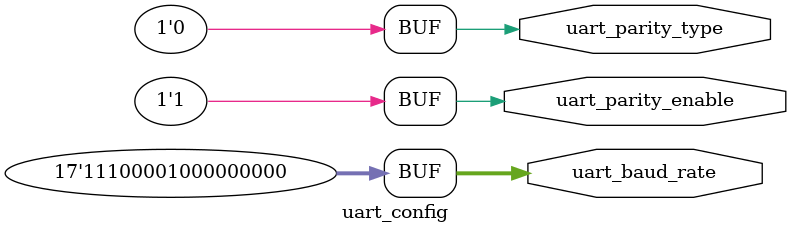
<source format=sv>
module uart_config #(parameter BAUD_RATE = 115200) (
  output logic                         uart_parity_enable,
  output logic                         uart_parity_type  ,
  output logic [$clog2(BAUD_RATE)-1:0] uart_baud_rate
);

  localparam  PARITY_ON = 1'b1,
    PARITY_OFF  = 1'b0,
    PARITY_EVEN = 1'b0,
    PARITY_ODD  = 1'b1;

  assign uart_parity_enable = PARITY_ON;
  assign uart_parity_type   = PARITY_EVEN;
  assign uart_baud_rate     = BAUD_RATE;

endmodule
</source>
